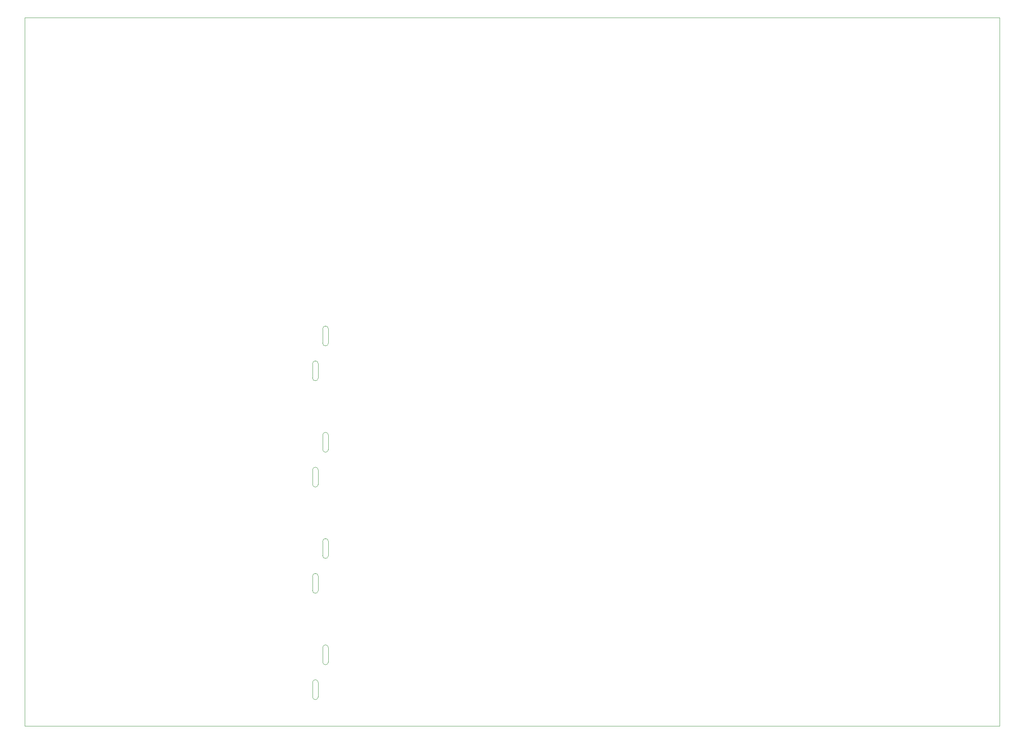
<source format=gm1>
G04 #@! TF.GenerationSoftware,KiCad,Pcbnew,(6.0.11)*
G04 #@! TF.CreationDate,2023-05-29T14:07:07-03:00*
G04 #@! TF.ProjectId,qds-cv,7164732d-6376-42e6-9b69-6361645f7063,rev?*
G04 #@! TF.SameCoordinates,Original*
G04 #@! TF.FileFunction,Profile,NP*
%FSLAX46Y46*%
G04 Gerber Fmt 4.6, Leading zero omitted, Abs format (unit mm)*
G04 Created by KiCad (PCBNEW (6.0.11)) date 2023-05-29 14:07:07*
%MOMM*%
%LPD*%
G01*
G04 APERTURE LIST*
G04 #@! TA.AperFunction,Profile*
%ADD10C,0.100000*%
G04 #@! TD*
G04 #@! TA.AperFunction,Profile*
%ADD11C,0.050000*%
G04 #@! TD*
G04 APERTURE END LIST*
D10*
X100000000Y-40000000D02*
X320000000Y-40000000D01*
X320000000Y-40000000D02*
X320000000Y-200000000D01*
X320000000Y-200000000D02*
X100000000Y-200000000D01*
X100000000Y-200000000D02*
X100000000Y-40000000D01*
D11*
X167244000Y-110287000D02*
X167244000Y-113487000D01*
X168544000Y-110287000D02*
X168544000Y-113487000D01*
X167244000Y-113487000D02*
G75*
G03*
X168544000Y-113487000I650000J0D01*
G01*
X168544000Y-110287000D02*
G75*
G03*
X167244000Y-110287000I-650000J0D01*
G01*
X167244000Y-158293000D02*
X167244000Y-161493000D01*
X168544000Y-158293000D02*
X168544000Y-161493000D01*
X167244000Y-161493000D02*
G75*
G03*
X168544000Y-161493000I650000J0D01*
G01*
X168544000Y-158293000D02*
G75*
G03*
X167244000Y-158293000I-650000J0D01*
G01*
X168544000Y-134290000D02*
X168544000Y-137490000D01*
X167244000Y-134290000D02*
X167244000Y-137490000D01*
X168544000Y-134290000D02*
G75*
G03*
X167244000Y-134290000I-650000J0D01*
G01*
X167244000Y-137490000D02*
G75*
G03*
X168544000Y-137490000I650000J0D01*
G01*
X168544000Y-182296000D02*
X168544000Y-185496000D01*
X167244000Y-182296000D02*
X167244000Y-185496000D01*
X168544000Y-182296000D02*
G75*
G03*
X167244000Y-182296000I-650000J0D01*
G01*
X167244000Y-185496000D02*
G75*
G03*
X168544000Y-185496000I650000J0D01*
G01*
X164958000Y-142164000D02*
X164958000Y-145364000D01*
X166258000Y-142164000D02*
X166258000Y-145364000D01*
X166258000Y-142164000D02*
G75*
G03*
X164958000Y-142164000I-650000J0D01*
G01*
X164958000Y-145364000D02*
G75*
G03*
X166258000Y-145364000I650000J0D01*
G01*
X164958000Y-118161000D02*
X164958000Y-121361000D01*
X166258000Y-118161000D02*
X166258000Y-121361000D01*
X164958000Y-121361000D02*
G75*
G03*
X166258000Y-121361000I650000J0D01*
G01*
X166258000Y-118161000D02*
G75*
G03*
X164958000Y-118161000I-650000J0D01*
G01*
X164958000Y-190170000D02*
X164958000Y-193370000D01*
X166258000Y-190170000D02*
X166258000Y-193370000D01*
X166258000Y-190170000D02*
G75*
G03*
X164958000Y-190170000I-650000J0D01*
G01*
X164958000Y-193370000D02*
G75*
G03*
X166258000Y-193370000I650000J0D01*
G01*
X166258000Y-166167000D02*
X166258000Y-169367000D01*
X164958000Y-166167000D02*
X164958000Y-169367000D01*
X166258000Y-166167000D02*
G75*
G03*
X164958000Y-166167000I-650000J0D01*
G01*
X164958000Y-169367000D02*
G75*
G03*
X166258000Y-169367000I650000J0D01*
G01*
M02*

</source>
